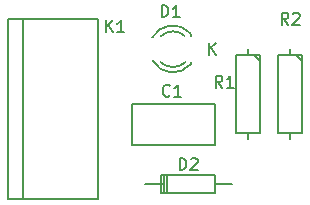
<source format=gbr>
G04 #@! TF.FileFunction,Legend,Top*
%FSLAX46Y46*%
G04 Gerber Fmt 4.6, Leading zero omitted, Abs format (unit mm)*
G04 Created by KiCad (PCBNEW 4.0.0-1rc2.201511201506+6189~38~ubuntu15.10.1-stable) date lun 30 nov 2015 17:23:25 ART*
%MOMM*%
G01*
G04 APERTURE LIST*
%ADD10C,0.100000*%
%ADD11C,0.150000*%
G04 APERTURE END LIST*
D10*
D11*
X153019000Y-102842000D02*
X146019000Y-102842000D01*
X146019000Y-102842000D02*
X146019000Y-99342000D01*
X146019000Y-99342000D02*
X153019000Y-99342000D01*
X153019000Y-99342000D02*
X153019000Y-102842000D01*
X150948000Y-93428000D02*
X150948000Y-93628000D01*
X150948000Y-96022000D02*
X150948000Y-95842000D01*
X147720256Y-95711643D02*
G75*
G03X150948000Y-96028000I1727744J1003643D01*
G01*
X148395994Y-95841068D02*
G75*
G03X150499000Y-95842000I1052006J1133068D01*
G01*
X150935220Y-93401274D02*
G75*
G03X147698000Y-93748000I-1497220J-1306726D01*
G01*
X150461889Y-93628747D02*
G75*
G03X148414000Y-93648000I-1013889J-1079253D01*
G01*
X153035520Y-106169460D02*
X154432520Y-106169460D01*
X148590520Y-106169460D02*
X147066520Y-106169460D01*
X148971520Y-105407460D02*
X148971520Y-106931460D01*
X148717520Y-105407460D02*
X148717520Y-106931460D01*
X148463520Y-106169460D02*
X148463520Y-106931460D01*
X148463520Y-106931460D02*
X153035520Y-106931460D01*
X153035520Y-106931460D02*
X153035520Y-105407460D01*
X153035520Y-105407460D02*
X148463520Y-105407460D01*
X148463520Y-105407460D02*
X148463520Y-106169460D01*
X135509000Y-92202000D02*
X143129000Y-92202000D01*
X135509000Y-107442000D02*
X143129000Y-107442000D01*
X136779000Y-92202000D02*
X136779000Y-107442000D01*
X143129000Y-92202000D02*
X143129000Y-107442000D01*
X135509000Y-92202000D02*
X135509000Y-107442000D01*
X155829000Y-94742000D02*
X155829000Y-95250000D01*
X155829000Y-102362000D02*
X155829000Y-101854000D01*
X155829000Y-101854000D02*
X156845000Y-101854000D01*
X156845000Y-101854000D02*
X156845000Y-95250000D01*
X156845000Y-95250000D02*
X154813000Y-95250000D01*
X154813000Y-95250000D02*
X154813000Y-101854000D01*
X154813000Y-101854000D02*
X155829000Y-101854000D01*
X156337000Y-95250000D02*
X156845000Y-95758000D01*
X159385000Y-94742000D02*
X159385000Y-95250000D01*
X159385000Y-102362000D02*
X159385000Y-101854000D01*
X159385000Y-101854000D02*
X160401000Y-101854000D01*
X160401000Y-101854000D02*
X160401000Y-95250000D01*
X160401000Y-95250000D02*
X158369000Y-95250000D01*
X158369000Y-95250000D02*
X158369000Y-101854000D01*
X158369000Y-101854000D02*
X159385000Y-101854000D01*
X159893000Y-95250000D02*
X160401000Y-95758000D01*
X149185334Y-98655143D02*
X149137715Y-98702762D01*
X148994858Y-98750381D01*
X148899620Y-98750381D01*
X148756762Y-98702762D01*
X148661524Y-98607524D01*
X148613905Y-98512286D01*
X148566286Y-98321810D01*
X148566286Y-98178952D01*
X148613905Y-97988476D01*
X148661524Y-97893238D01*
X148756762Y-97798000D01*
X148899620Y-97750381D01*
X148994858Y-97750381D01*
X149137715Y-97798000D01*
X149185334Y-97845619D01*
X150137715Y-98750381D02*
X149566286Y-98750381D01*
X149852000Y-98750381D02*
X149852000Y-97750381D01*
X149756762Y-97893238D01*
X149661524Y-97988476D01*
X149566286Y-98036095D01*
X148486905Y-92019381D02*
X148486905Y-91019381D01*
X148725000Y-91019381D01*
X148867858Y-91067000D01*
X148963096Y-91162238D01*
X149010715Y-91257476D01*
X149058334Y-91447952D01*
X149058334Y-91590810D01*
X149010715Y-91781286D01*
X148963096Y-91876524D01*
X148867858Y-91971762D01*
X148725000Y-92019381D01*
X148486905Y-92019381D01*
X150010715Y-92019381D02*
X149439286Y-92019381D01*
X149725000Y-92019381D02*
X149725000Y-91019381D01*
X149629762Y-91162238D01*
X149534524Y-91257476D01*
X149439286Y-91305095D01*
X152519095Y-95194381D02*
X152519095Y-94194381D01*
X153090524Y-95194381D02*
X152661952Y-94622952D01*
X153090524Y-94194381D02*
X152519095Y-94765810D01*
X150010905Y-104973381D02*
X150010905Y-103973381D01*
X150249000Y-103973381D01*
X150391858Y-104021000D01*
X150487096Y-104116238D01*
X150534715Y-104211476D01*
X150582334Y-104401952D01*
X150582334Y-104544810D01*
X150534715Y-104735286D01*
X150487096Y-104830524D01*
X150391858Y-104925762D01*
X150249000Y-104973381D01*
X150010905Y-104973381D01*
X150963286Y-104068619D02*
X151010905Y-104021000D01*
X151106143Y-103973381D01*
X151344239Y-103973381D01*
X151439477Y-104021000D01*
X151487096Y-104068619D01*
X151534715Y-104163857D01*
X151534715Y-104259095D01*
X151487096Y-104401952D01*
X150915667Y-104973381D01*
X151534715Y-104973381D01*
X143787905Y-93289381D02*
X143787905Y-92289381D01*
X144359334Y-93289381D02*
X143930762Y-92717952D01*
X144359334Y-92289381D02*
X143787905Y-92860810D01*
X145311715Y-93289381D02*
X144740286Y-93289381D01*
X145026000Y-93289381D02*
X145026000Y-92289381D01*
X144930762Y-92432238D01*
X144835524Y-92527476D01*
X144740286Y-92575095D01*
X153630334Y-97988381D02*
X153297000Y-97512190D01*
X153058905Y-97988381D02*
X153058905Y-96988381D01*
X153439858Y-96988381D01*
X153535096Y-97036000D01*
X153582715Y-97083619D01*
X153630334Y-97178857D01*
X153630334Y-97321714D01*
X153582715Y-97416952D01*
X153535096Y-97464571D01*
X153439858Y-97512190D01*
X153058905Y-97512190D01*
X154582715Y-97988381D02*
X154011286Y-97988381D01*
X154297000Y-97988381D02*
X154297000Y-96988381D01*
X154201762Y-97131238D01*
X154106524Y-97226476D01*
X154011286Y-97274095D01*
X159218334Y-92654381D02*
X158885000Y-92178190D01*
X158646905Y-92654381D02*
X158646905Y-91654381D01*
X159027858Y-91654381D01*
X159123096Y-91702000D01*
X159170715Y-91749619D01*
X159218334Y-91844857D01*
X159218334Y-91987714D01*
X159170715Y-92082952D01*
X159123096Y-92130571D01*
X159027858Y-92178190D01*
X158646905Y-92178190D01*
X159599286Y-91749619D02*
X159646905Y-91702000D01*
X159742143Y-91654381D01*
X159980239Y-91654381D01*
X160075477Y-91702000D01*
X160123096Y-91749619D01*
X160170715Y-91844857D01*
X160170715Y-91940095D01*
X160123096Y-92082952D01*
X159551667Y-92654381D01*
X160170715Y-92654381D01*
M02*

</source>
